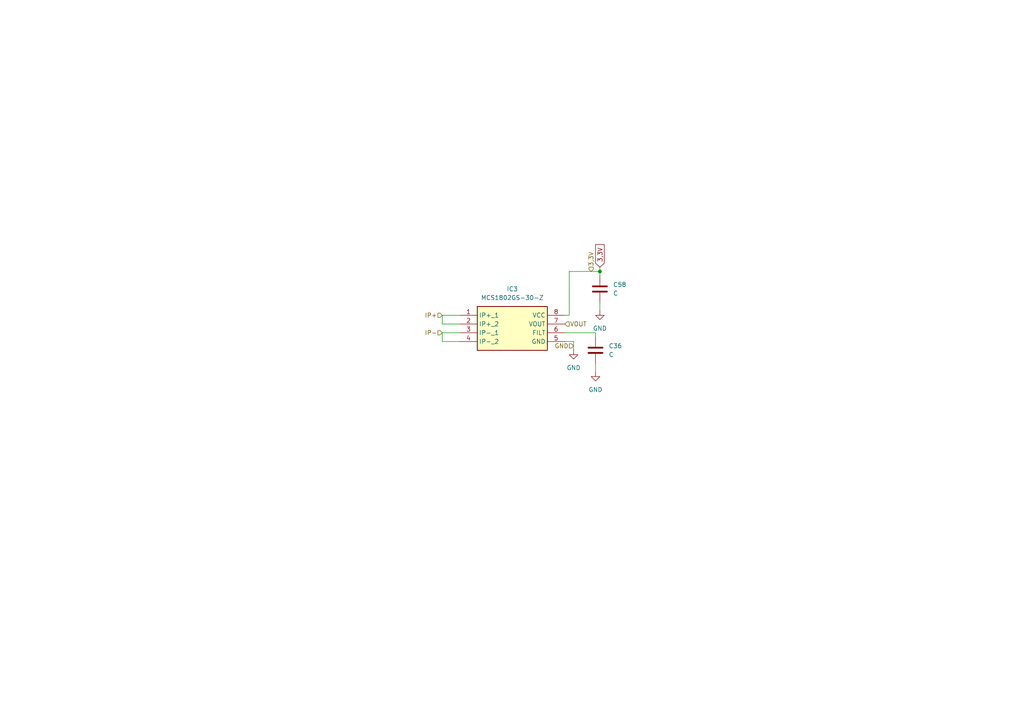
<source format=kicad_sch>
(kicad_sch (version 20230121) (generator eeschema)

  (uuid 47c6a9d3-bd8a-4757-8cd3-96a137f3ef26)

  (paper "A4")

  (title_block
    (rev "1")
  )

  (lib_symbols
    (symbol "Device:C" (pin_numbers hide) (pin_names (offset 0.254)) (in_bom yes) (on_board yes)
      (property "Reference" "C" (at 0.635 2.54 0)
        (effects (font (size 1.27 1.27)) (justify left))
      )
      (property "Value" "C" (at 0.635 -2.54 0)
        (effects (font (size 1.27 1.27)) (justify left))
      )
      (property "Footprint" "" (at 0.9652 -3.81 0)
        (effects (font (size 1.27 1.27)) hide)
      )
      (property "Datasheet" "~" (at 0 0 0)
        (effects (font (size 1.27 1.27)) hide)
      )
      (property "ki_keywords" "cap capacitor" (at 0 0 0)
        (effects (font (size 1.27 1.27)) hide)
      )
      (property "ki_description" "Unpolarized capacitor" (at 0 0 0)
        (effects (font (size 1.27 1.27)) hide)
      )
      (property "ki_fp_filters" "C_*" (at 0 0 0)
        (effects (font (size 1.27 1.27)) hide)
      )
      (symbol "C_0_1"
        (polyline
          (pts
            (xy -2.032 -0.762)
            (xy 2.032 -0.762)
          )
          (stroke (width 0.508) (type default))
          (fill (type none))
        )
        (polyline
          (pts
            (xy -2.032 0.762)
            (xy 2.032 0.762)
          )
          (stroke (width 0.508) (type default))
          (fill (type none))
        )
      )
      (symbol "C_1_1"
        (pin passive line (at 0 3.81 270) (length 2.794)
          (name "~" (effects (font (size 1.27 1.27))))
          (number "1" (effects (font (size 1.27 1.27))))
        )
        (pin passive line (at 0 -3.81 90) (length 2.794)
          (name "~" (effects (font (size 1.27 1.27))))
          (number "2" (effects (font (size 1.27 1.27))))
        )
      )
    )
    (symbol "MCS1802GS-30-Z:MCS1802GS-30-Z" (in_bom yes) (on_board yes)
      (property "Reference" "IC" (at 26.67 7.62 0)
        (effects (font (size 1.27 1.27)) (justify left top))
      )
      (property "Value" "MCS1802GS-30-Z" (at 26.67 5.08 0)
        (effects (font (size 1.27 1.27)) (justify left top))
      )
      (property "Footprint" "SOIC127P600X175-8N" (at 26.67 -94.92 0)
        (effects (font (size 1.27 1.27)) (justify left top) hide)
      )
      (property "Datasheet" "https://www.mouser.jp/datasheet/2/277/MCS1802-2945401.pdf" (at 26.67 -194.92 0)
        (effects (font (size 1.27 1.27)) (justify left top) hide)
      )
      (property "Height" "1.75" (at 26.67 -394.92 0)
        (effects (font (size 1.27 1.27)) (justify left top) hide)
      )
      (property "Mouser Part Number" "946-MCS1802GS-30-Z" (at 26.67 -494.92 0)
        (effects (font (size 1.27 1.27)) (justify left top) hide)
      )
      (property "Mouser Price/Stock" "https://www.mouser.co.uk/ProductDetail/Monolithic-Power-Systems-MPS/MCS1802GS-30-Z?qs=GedFDFLaBXH31MIUobesZw%3D%3D" (at 26.67 -594.92 0)
        (effects (font (size 1.27 1.27)) (justify left top) hide)
      )
      (property "Manufacturer_Name" "Monolithic Power Systems (MPS)" (at 26.67 -694.92 0)
        (effects (font (size 1.27 1.27)) (justify left top) hide)
      )
      (property "Manufacturer_Part_Number" "MCS1802GS-30-Z" (at 26.67 -794.92 0)
        (effects (font (size 1.27 1.27)) (justify left top) hide)
      )
      (property "ki_description" "Board Mount Current Sensors 3.3V Hall current sensor. 1.5% accuracy. 2.4kV Isolation" (at 0 0 0)
        (effects (font (size 1.27 1.27)) hide)
      )
      (symbol "MCS1802GS-30-Z_1_1"
        (rectangle (start 5.08 2.54) (end 25.4 -10.16)
          (stroke (width 0.254) (type default))
          (fill (type background))
        )
        (pin passive line (at 0 0 0) (length 5.08)
          (name "IP+_1" (effects (font (size 1.27 1.27))))
          (number "1" (effects (font (size 1.27 1.27))))
        )
        (pin passive line (at 0 -2.54 0) (length 5.08)
          (name "IP+_2" (effects (font (size 1.27 1.27))))
          (number "2" (effects (font (size 1.27 1.27))))
        )
        (pin passive line (at 0 -5.08 0) (length 5.08)
          (name "IP-_1" (effects (font (size 1.27 1.27))))
          (number "3" (effects (font (size 1.27 1.27))))
        )
        (pin passive line (at 0 -7.62 0) (length 5.08)
          (name "IP-_2" (effects (font (size 1.27 1.27))))
          (number "4" (effects (font (size 1.27 1.27))))
        )
        (pin passive line (at 30.48 -7.62 180) (length 5.08)
          (name "GND" (effects (font (size 1.27 1.27))))
          (number "5" (effects (font (size 1.27 1.27))))
        )
        (pin passive line (at 30.48 -5.08 180) (length 5.08)
          (name "FILT" (effects (font (size 1.27 1.27))))
          (number "6" (effects (font (size 1.27 1.27))))
        )
        (pin passive line (at 30.48 -2.54 180) (length 5.08)
          (name "VOUT" (effects (font (size 1.27 1.27))))
          (number "7" (effects (font (size 1.27 1.27))))
        )
        (pin passive line (at 30.48 0 180) (length 5.08)
          (name "VCC" (effects (font (size 1.27 1.27))))
          (number "8" (effects (font (size 1.27 1.27))))
        )
      )
    )
    (symbol "power:GND" (power) (pin_names (offset 0)) (in_bom yes) (on_board yes)
      (property "Reference" "#PWR" (at 0 -6.35 0)
        (effects (font (size 1.27 1.27)) hide)
      )
      (property "Value" "GND" (at 0 -3.81 0)
        (effects (font (size 1.27 1.27)))
      )
      (property "Footprint" "" (at 0 0 0)
        (effects (font (size 1.27 1.27)) hide)
      )
      (property "Datasheet" "" (at 0 0 0)
        (effects (font (size 1.27 1.27)) hide)
      )
      (property "ki_keywords" "global power" (at 0 0 0)
        (effects (font (size 1.27 1.27)) hide)
      )
      (property "ki_description" "Power symbol creates a global label with name \"GND\" , ground" (at 0 0 0)
        (effects (font (size 1.27 1.27)) hide)
      )
      (symbol "GND_0_1"
        (polyline
          (pts
            (xy 0 0)
            (xy 0 -1.27)
            (xy 1.27 -1.27)
            (xy 0 -2.54)
            (xy -1.27 -1.27)
            (xy 0 -1.27)
          )
          (stroke (width 0) (type default))
          (fill (type none))
        )
      )
      (symbol "GND_1_1"
        (pin power_in line (at 0 0 270) (length 0) hide
          (name "GND" (effects (font (size 1.27 1.27))))
          (number "1" (effects (font (size 1.27 1.27))))
        )
      )
    )
  )

  (junction (at 173.99 78.74) (diameter 0) (color 0 0 0 0)
    (uuid b3d35479-1c48-484d-be8f-e72f184c531a)
  )

  (wire (pts (xy 128.27 91.44) (xy 133.35 91.44))
    (stroke (width 0) (type default))
    (uuid 0c63ee26-77fb-4f83-99b8-87e81e561aae)
  )
  (wire (pts (xy 128.27 96.52) (xy 128.27 99.06))
    (stroke (width 0) (type default))
    (uuid 15803ad0-f684-4614-85a1-d968b3250741)
  )
  (wire (pts (xy 173.99 78.74) (xy 173.99 80.01))
    (stroke (width 0) (type default))
    (uuid 33b79cab-ec0f-4bb3-a9ae-102e8682623c)
  )
  (wire (pts (xy 163.83 96.52) (xy 172.72 96.52))
    (stroke (width 0) (type default))
    (uuid 35b69303-de3b-403e-9bde-50622f7f00c3)
  )
  (wire (pts (xy 165.1 78.74) (xy 173.99 78.74))
    (stroke (width 0) (type default))
    (uuid 39048825-8564-41fc-b160-ccc030f5131b)
  )
  (wire (pts (xy 172.72 96.52) (xy 172.72 97.79))
    (stroke (width 0) (type default))
    (uuid 6479339f-b900-4536-8d7b-f79e16d3bd8b)
  )
  (wire (pts (xy 128.27 99.06) (xy 133.35 99.06))
    (stroke (width 0) (type default))
    (uuid 6f0961fb-adc3-4d60-a06f-c6b0f6b78e58)
  )
  (wire (pts (xy 173.99 77.47) (xy 173.99 78.74))
    (stroke (width 0) (type default))
    (uuid 73775031-f62f-4121-a7ef-596e2e41aa58)
  )
  (wire (pts (xy 166.37 99.06) (xy 166.37 101.6))
    (stroke (width 0) (type default))
    (uuid 7c1d9a24-b2a3-4e55-91a3-4163830672ba)
  )
  (wire (pts (xy 172.72 105.41) (xy 172.72 107.95))
    (stroke (width 0) (type default))
    (uuid 921cc1c8-144c-46f7-8fea-b56329a9ca27)
  )
  (wire (pts (xy 163.83 99.06) (xy 166.37 99.06))
    (stroke (width 0) (type default))
    (uuid 9af0b8e6-fdb0-4db9-987e-36b5a4281a66)
  )
  (wire (pts (xy 128.27 93.98) (xy 128.27 91.44))
    (stroke (width 0) (type default))
    (uuid bf0877d3-7c0a-461f-be6e-c028cd5250d1)
  )
  (wire (pts (xy 165.1 91.44) (xy 165.1 78.74))
    (stroke (width 0) (type default))
    (uuid c0d3f08b-7849-4c5b-9315-ccf553b7e2ca)
  )
  (wire (pts (xy 133.35 96.52) (xy 128.27 96.52))
    (stroke (width 0) (type default))
    (uuid d0d2e48b-148e-45c5-9e2b-227de73939be)
  )
  (wire (pts (xy 173.99 87.63) (xy 173.99 90.17))
    (stroke (width 0) (type default))
    (uuid d589cf21-7b33-40a5-bac6-b8c8c3fd2ec5)
  )
  (wire (pts (xy 133.35 93.98) (xy 128.27 93.98))
    (stroke (width 0) (type default))
    (uuid dd4df401-482f-4e5e-9cde-d1330ca53105)
  )
  (wire (pts (xy 163.83 91.44) (xy 165.1 91.44))
    (stroke (width 0) (type default))
    (uuid f9845af3-2fbb-4eb4-b6e0-5b0bfcfeb6be)
  )

  (global_label "3,3V" (shape input) (at 173.99 77.47 90) (fields_autoplaced)
    (effects (font (size 1.27 1.27)) (justify left))
    (uuid 4f42ef16-99b1-4858-aca9-73eb6050db1d)
    (property "Intersheetrefs" "${INTERSHEET_REFS}" (at 173.99 70.3724 90)
      (effects (font (size 1.27 1.27)) (justify left) hide)
    )
  )

  (hierarchical_label "3,3V" (shape input) (at 171.45 78.74 90) (fields_autoplaced)
    (effects (font (size 1.27 1.27)) (justify left))
    (uuid 050e610a-d21d-4576-bdc0-2050819b94fa)
  )
  (hierarchical_label "VOUT" (shape input) (at 163.83 93.98 0) (fields_autoplaced)
    (effects (font (size 1.27 1.27)) (justify left))
    (uuid 33cbadc0-924f-4e04-8199-d9012f5a6e14)
  )
  (hierarchical_label "GND" (shape input) (at 166.37 100.33 180) (fields_autoplaced)
    (effects (font (size 1.27 1.27)) (justify right))
    (uuid 6ef0885c-35d5-4094-a1f2-49d2aced928a)
  )
  (hierarchical_label "IP-" (shape input) (at 128.27 96.52 180) (fields_autoplaced)
    (effects (font (size 1.27 1.27)) (justify right))
    (uuid b2df3cba-14ae-4ab7-996c-3d90a4c72552)
  )
  (hierarchical_label "IP+" (shape input) (at 128.27 91.44 180) (fields_autoplaced)
    (effects (font (size 1.27 1.27)) (justify right))
    (uuid f1ae3b09-4fa7-4358-984d-9a63e8a7ee2d)
  )

  (symbol (lib_id "power:GND") (at 172.72 107.95 0) (unit 1)
    (in_bom yes) (on_board yes) (dnp no) (fields_autoplaced)
    (uuid 7b58f9d8-a40a-4c5b-a3f9-7358f84aee4e)
    (property "Reference" "#PWR096" (at 172.72 114.3 0)
      (effects (font (size 1.27 1.27)) hide)
    )
    (property "Value" "GND" (at 172.72 113.03 0)
      (effects (font (size 1.27 1.27)))
    )
    (property "Footprint" "" (at 172.72 107.95 0)
      (effects (font (size 1.27 1.27)) hide)
    )
    (property "Datasheet" "" (at 172.72 107.95 0)
      (effects (font (size 1.27 1.27)) hide)
    )
    (pin "1" (uuid c78474fd-448d-4396-b575-d955331fe6f4))
    (instances
      (project "fred_v3"
        (path "/210292b2-d6ba-424c-bd40-e4a2be18eb8d/b54a5b77-6097-4562-9836-27b2c01ae506/6820f1dc-6663-4847-9554-2c03e27087c0"
          (reference "#PWR096") (unit 1)
        )
        (path "/210292b2-d6ba-424c-bd40-e4a2be18eb8d/b54a5b77-6097-4562-9836-27b2c01ae506/30a10606-328f-499c-a4d2-54ff2312d532"
          (reference "#PWR097") (unit 1)
        )
      )
    )
  )

  (symbol (lib_id "power:GND") (at 166.37 101.6 0) (unit 1)
    (in_bom yes) (on_board yes) (dnp no) (fields_autoplaced)
    (uuid 859ecaae-f936-4c6d-903f-304ca8336228)
    (property "Reference" "#PWR092" (at 166.37 107.95 0)
      (effects (font (size 1.27 1.27)) hide)
    )
    (property "Value" "GND" (at 166.37 106.68 0)
      (effects (font (size 1.27 1.27)))
    )
    (property "Footprint" "" (at 166.37 101.6 0)
      (effects (font (size 1.27 1.27)) hide)
    )
    (property "Datasheet" "" (at 166.37 101.6 0)
      (effects (font (size 1.27 1.27)) hide)
    )
    (pin "1" (uuid 03dccd79-b918-482f-b3ef-6670beb968ff))
    (instances
      (project "fred_v3"
        (path "/210292b2-d6ba-424c-bd40-e4a2be18eb8d/b54a5b77-6097-4562-9836-27b2c01ae506/6820f1dc-6663-4847-9554-2c03e27087c0"
          (reference "#PWR092") (unit 1)
        )
        (path "/210292b2-d6ba-424c-bd40-e4a2be18eb8d/b54a5b77-6097-4562-9836-27b2c01ae506/30a10606-328f-499c-a4d2-54ff2312d532"
          (reference "#PWR093") (unit 1)
        )
      )
    )
  )

  (symbol (lib_id "Device:C") (at 173.99 83.82 0) (unit 1)
    (in_bom yes) (on_board yes) (dnp no) (fields_autoplaced)
    (uuid bb23be84-2f2e-4648-9509-63a765daeb60)
    (property "Reference" "C58" (at 177.8 82.55 0)
      (effects (font (size 1.27 1.27)) (justify left))
    )
    (property "Value" "C" (at 177.8 85.09 0)
      (effects (font (size 1.27 1.27)) (justify left))
    )
    (property "Footprint" "Capacitor_SMD:C_0603_1608Metric_Pad1.08x0.95mm_HandSolder" (at 174.9552 87.63 0)
      (effects (font (size 1.27 1.27)) hide)
    )
    (property "Datasheet" "~" (at 173.99 83.82 0)
      (effects (font (size 1.27 1.27)) hide)
    )
    (pin "1" (uuid 6ea4c0f5-c8c8-473f-9c08-395b504204db))
    (pin "2" (uuid a282082c-0227-4c7c-a4b7-6499b014329f))
    (instances
      (project "fred_v3"
        (path "/210292b2-d6ba-424c-bd40-e4a2be18eb8d/b54a5b77-6097-4562-9836-27b2c01ae506/6820f1dc-6663-4847-9554-2c03e27087c0"
          (reference "C58") (unit 1)
        )
        (path "/210292b2-d6ba-424c-bd40-e4a2be18eb8d/b54a5b77-6097-4562-9836-27b2c01ae506/30a10606-328f-499c-a4d2-54ff2312d532"
          (reference "C59") (unit 1)
        )
      )
    )
  )

  (symbol (lib_id "MCS1802GS-30-Z:MCS1802GS-30-Z") (at 133.35 91.44 0) (unit 1)
    (in_bom yes) (on_board yes) (dnp no)
    (uuid c2056d8e-d431-4b7c-aa46-aeaa4bb63daf)
    (property "Reference" "IC3" (at 148.59 83.82 0)
      (effects (font (size 1.27 1.27)))
    )
    (property "Value" "MCS1802GS-30-Z" (at 148.59 86.36 0)
      (effects (font (size 1.27 1.27)))
    )
    (property "Footprint" "Package_SO:SOIC-8-1EP_3.9x4.9mm_P1.27mm_EP2.514x3.2mm" (at 160.02 186.36 0)
      (effects (font (size 1.27 1.27)) (justify left top) hide)
    )
    (property "Datasheet" "https://www.mouser.jp/datasheet/2/277/MCS1802-2945401.pdf" (at 160.02 286.36 0)
      (effects (font (size 1.27 1.27)) (justify left top) hide)
    )
    (property "Height" "1.75" (at 160.02 486.36 0)
      (effects (font (size 1.27 1.27)) (justify left top) hide)
    )
    (property "Mouser Part Number" "946-MCS1802GS-30-Z" (at 160.02 586.36 0)
      (effects (font (size 1.27 1.27)) (justify left top) hide)
    )
    (property "Mouser Price/Stock" "https://www.mouser.co.uk/ProductDetail/Monolithic-Power-Systems-MPS/MCS1802GS-30-Z?qs=GedFDFLaBXH31MIUobesZw%3D%3D" (at 160.02 686.36 0)
      (effects (font (size 1.27 1.27)) (justify left top) hide)
    )
    (property "Manufacturer_Name" "Monolithic Power Systems (MPS)" (at 160.02 786.36 0)
      (effects (font (size 1.27 1.27)) (justify left top) hide)
    )
    (property "Manufacturer_Part_Number" "MCS1802GS-30-Z" (at 160.02 886.36 0)
      (effects (font (size 1.27 1.27)) (justify left top) hide)
    )
    (pin "1" (uuid b675796e-a401-41ec-82b6-f9f713f703ec))
    (pin "2" (uuid 1940465d-5827-4603-8316-630099497c36))
    (pin "3" (uuid cc0694eb-29e5-42da-b2a1-834c405b432e))
    (pin "4" (uuid 9c815fb9-2a78-492e-bd0e-86fb4ed0d1a9))
    (pin "5" (uuid 7d0a942a-f3ac-49cb-9f57-8c7529b0a396))
    (pin "6" (uuid e7d26e38-0b6e-43fc-baaa-663fe4ce2323))
    (pin "7" (uuid 739964fd-77a9-4776-ba27-c5594ee57998))
    (pin "8" (uuid a267da26-74ac-437a-bc20-c0c5e4ad64cb))
    (instances
      (project "fred_v3"
        (path "/210292b2-d6ba-424c-bd40-e4a2be18eb8d/b54a5b77-6097-4562-9836-27b2c01ae506/6820f1dc-6663-4847-9554-2c03e27087c0"
          (reference "IC3") (unit 1)
        )
        (path "/210292b2-d6ba-424c-bd40-e4a2be18eb8d/b54a5b77-6097-4562-9836-27b2c01ae506/30a10606-328f-499c-a4d2-54ff2312d532"
          (reference "IC4") (unit 1)
        )
      )
    )
  )

  (symbol (lib_id "Device:C") (at 172.72 101.6 0) (unit 1)
    (in_bom yes) (on_board yes) (dnp no) (fields_autoplaced)
    (uuid eb9e6c80-ec94-4a29-b64f-ae491e5d3489)
    (property "Reference" "C36" (at 176.53 100.33 0)
      (effects (font (size 1.27 1.27)) (justify left))
    )
    (property "Value" "C" (at 176.53 102.87 0)
      (effects (font (size 1.27 1.27)) (justify left))
    )
    (property "Footprint" "Capacitor_SMD:C_0603_1608Metric_Pad1.08x0.95mm_HandSolder" (at 173.6852 105.41 0)
      (effects (font (size 1.27 1.27)) hide)
    )
    (property "Datasheet" "~" (at 172.72 101.6 0)
      (effects (font (size 1.27 1.27)) hide)
    )
    (pin "1" (uuid eb0bda17-7de8-4d20-a21c-e8bb02cd1ca3))
    (pin "2" (uuid 446cc251-dfc1-4234-808f-4ae436379215))
    (instances
      (project "fred_v3"
        (path "/210292b2-d6ba-424c-bd40-e4a2be18eb8d/b54a5b77-6097-4562-9836-27b2c01ae506/6820f1dc-6663-4847-9554-2c03e27087c0"
          (reference "C36") (unit 1)
        )
        (path "/210292b2-d6ba-424c-bd40-e4a2be18eb8d/b54a5b77-6097-4562-9836-27b2c01ae506/30a10606-328f-499c-a4d2-54ff2312d532"
          (reference "C55") (unit 1)
        )
      )
    )
  )

  (symbol (lib_id "power:GND") (at 173.99 90.17 0) (unit 1)
    (in_bom yes) (on_board yes) (dnp no) (fields_autoplaced)
    (uuid ebfe1370-80ef-4c11-a324-a43b381d9012)
    (property "Reference" "#PWR0100" (at 173.99 96.52 0)
      (effects (font (size 1.27 1.27)) hide)
    )
    (property "Value" "GND" (at 173.99 95.25 0)
      (effects (font (size 1.27 1.27)))
    )
    (property "Footprint" "" (at 173.99 90.17 0)
      (effects (font (size 1.27 1.27)) hide)
    )
    (property "Datasheet" "" (at 173.99 90.17 0)
      (effects (font (size 1.27 1.27)) hide)
    )
    (pin "1" (uuid 516d837e-da47-4696-a117-d28153d7a93a))
    (instances
      (project "fred_v3"
        (path "/210292b2-d6ba-424c-bd40-e4a2be18eb8d/b54a5b77-6097-4562-9836-27b2c01ae506/6820f1dc-6663-4847-9554-2c03e27087c0"
          (reference "#PWR0100") (unit 1)
        )
        (path "/210292b2-d6ba-424c-bd40-e4a2be18eb8d/b54a5b77-6097-4562-9836-27b2c01ae506/30a10606-328f-499c-a4d2-54ff2312d532"
          (reference "#PWR0101") (unit 1)
        )
      )
    )
  )
)

</source>
